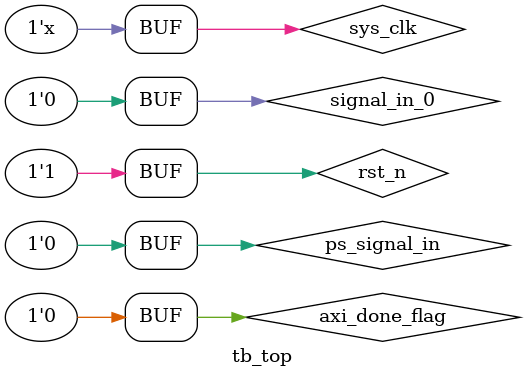
<source format=v>
`timescale 1ns / 1ps


module tb_top(

    );
reg signal_in_0;
reg ps_signal_in;
reg axi_done_flag;
reg sys_clk;
reg rst_n;
initial begin
    sys_clk <= 0;
    rst_n <= 0;
    axi_done_flag <= 0;

    signal_in_0 <= 0;
    ps_signal_in <= 0;
    #100
    rst_n <= 1;

    #35000
    #100
    ps_signal_in <= 1;
    #20
    signal_in_0 <= 1;
    #20
    signal_in_0 <= 0;
    #20
    signal_in_0 <= 1;
    #20
    signal_in_0 <= 0;
    #100
    ps_signal_in <= 0;
    #30
    axi_done_flag <= 1;
    #50
    axi_done_flag <= 0;

    #500

    signal_in_0 <= 0;
    ps_signal_in <= 0;
    #100
    rst_n <= 1;
    #100
    ps_signal_in <= 1;
    signal_in_0 <= 1;
    #20
    signal_in_0 <= 0;
    #20
    signal_in_0 <= 1;
    #20
    signal_in_0 <= 0;
    #100
    ps_signal_in <= 0;
    #30
    axi_done_flag <= 1;
    #50
    axi_done_flag <= 0;

end
always #5 sys_clk <= ~sys_clk;

system_wrapper system_wrapper(
    .sys_clk        (sys_clk),
    // .rst_n          (rst_n),
    .signal_in_0    (signal_in_0),//Íâ²¿´¥·¢
    .ps_signal_in   (ps_signal_in)//psÄ£ÄâÉÏÎ»»úµ¥»÷
    // .axi_done_flag  (axi_done_flag)//½áÊøÐÅºÅ
    );

endmodule

</source>
